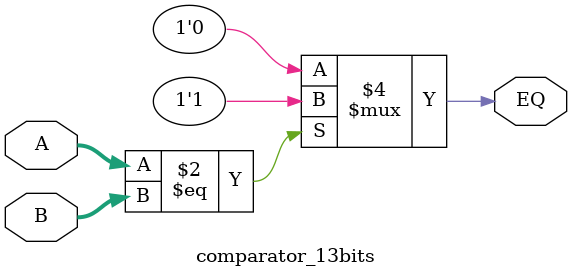
<source format=v>
module comparator_13bits(output reg EQ, input wire [12:0] A, input wire [12:0] B);
	always @* begin
    	if (A==B) begin
        	EQ <= 1'b1;
    	end
      	else begin
        	EQ <= 1'b0;
      	end
    end
endmodule
</source>
